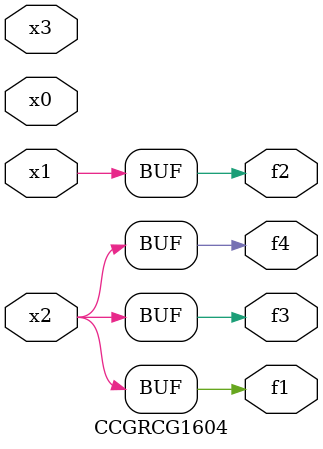
<source format=v>
module CCGRCG1604(
	input x0, x1, x2, x3,
	output f1, f2, f3, f4
);
	assign f1 = x2;
	assign f2 = x1;
	assign f3 = x2;
	assign f4 = x2;
endmodule

</source>
